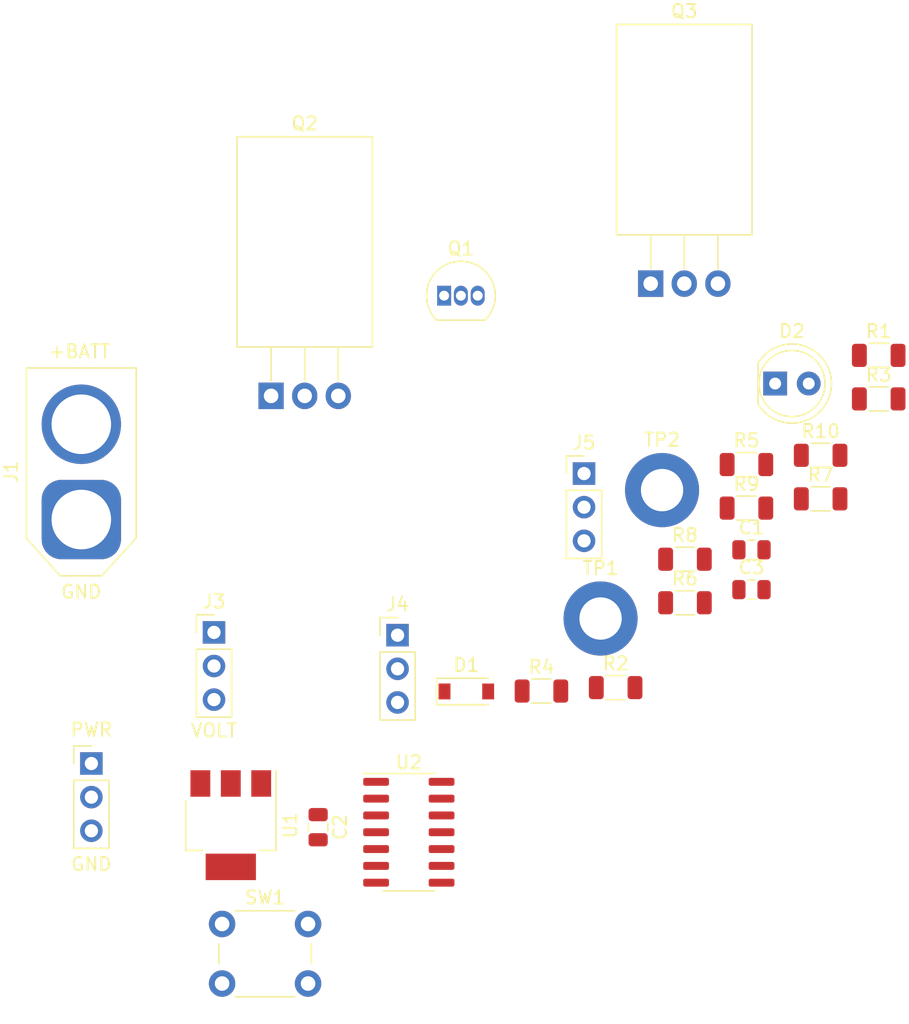
<source format=kicad_pcb>
(kicad_pcb (version 20211014) (generator pcbnew)
  (layers (0 "F.Cu" signal) (31 "B.Cu" signal) (34 "B.Paste" user) (35 "F.Paste" user) (36 "B.SilkS" user "B.Silkscreen") (37 "F.SilkS" user "F.Silkscreen") (38 "B.Mask" user) (39 "F.Mask" user) (44 "Edge.Cuts" user))
  (net 0 "")
  (net 1 "Net-(C1-Pad1)")
  (net 2 "GND")
  (net 3 "+3V3")
  (net 4 "Net-(C3-Pad1)")
  (net 5 "Net-(D2-Pad1)")
  (net 6 "Net-(D2-Pad2)")
  (net 7 "+BATT")
  (net 9 "/UPDI")
  (net 10 "/TX")
  (net 12 "Net-(Q1-Pad2)")
  (net 13 "Net-(Q1-Pad3)")
  (net 14 "Net-(Q2-Pad1)")
  (net 15 "Net-(Q2-Pad2)")
  (net 16 "Net-(Q3-Pad1)")
  (net 17 "Net-(R1-Pad1)")
  (net 18 "/HS")
  (net 19 "/LS")
  (net 20 "Net-(SW1-Pad1)")
  (footprint "Resistor_SMD:R_1206_3216Metric" (layer "F.Cu") (at 166.266 82.649)
    (fp_text reference "R10" (at 0 -1.82) (layer "F.SilkS"))
    (fp_text value "10K")
    (fp_line (start -0.727064 -0.91) (end 0.727064 -0.91) (layer "F.SilkS") (width 0.12))
    (fp_line (start -0.727064 0.91) (end 0.727064 0.91) (layer "F.SilkS") (width 0.12))
    (pad "1" smd roundrect (at -1.4625 0) (size 1.125 1.75) (layers "F.Cu" "F.Paste" "F.Mask") (roundrect_rratio 0.222222) (net 15 "Net-(Q2-Pad2)"))
    (pad "2" smd roundrect (at 1.4625 0) (size 1.125 1.75) (layers "F.Cu" "F.Paste" "F.Mask") (roundrect_rratio 0.222222) (net 6 "Net-(D2-Pad2)"))
  )
  (footprint "Resistor_SMD:R_1206_3216Metric" (layer "F.Cu") (at 156.006 90.499)
    (fp_text reference "R8" (at 0 -1.82) (layer "F.SilkS"))
    (fp_text value "5K")
    (fp_line (start -0.727064 0.91) (end 0.727064 0.91) (layer "F.SilkS") (width 0.12))
    (fp_line (start -0.727064 -0.91) (end 0.727064 -0.91) (layer "F.SilkS") (width 0.12))
    (pad "1" smd roundrect (at -1.4625 0) (size 1.125 1.75) (layers "F.Cu" "F.Paste" "F.Mask") (roundrect_rratio 0.222222) (net 14 "Net-(Q2-Pad1)"))
    (pad "2" smd roundrect (at 1.4625 0) (size 1.125 1.75) (layers "F.Cu" "F.Paste" "F.Mask") (roundrect_rratio 0.222222) (net 13 "Net-(Q1-Pad3)"))
  )
  (footprint "Button_Switch_THT:SW_PUSH_6mm" (layer "F.Cu") (at 121.008 118.055)
    (fp_text reference "SW1" (at 3.25 -2) (layer "F.SilkS"))
    (fp_text value "SW_Push")
    (fp_line (start 5.5 -1) (end 1 -1) (layer "F.SilkS") (width 0.12))
    (fp_line (start -0.25 1.5) (end -0.25 3) (layer "F.SilkS") (width 0.12))
    (fp_line (start 6.75 3) (end 6.75 1.5) (layer "F.SilkS") (width 0.12))
    (fp_line (start 1 5.5) (end 5.5 5.5) (layer "F.SilkS") (width 0.12))
    (pad "1" thru_hole circle (at 0 0 90) (size 2 2) (drill 1.1) (layers *.Cu *.Mask) (net 20 "Net-(SW1-Pad1)"))
    (pad "1" thru_hole circle (at 6.5 0 90) (size 2 2) (drill 1.1) (layers *.Cu *.Mask) (net 20 "Net-(SW1-Pad1)"))
    (pad "2" thru_hole circle (at 6.5 4.5 90) (size 2 2) (drill 1.1) (layers *.Cu *.Mask) (net 2 "GND"))
    (pad "2" thru_hole circle (at 0 4.5 90) (size 2 2) (drill 1.1) (layers *.Cu *.Mask) (net 2 "GND"))
  )
  (footprint "Connector_PinHeader_2.54mm:PinHeader_1x03_P2.54mm_Vertical" (layer "F.Cu") (at 120.396 96.027)
    (fp_text reference "J3" (at 0 -2.33) (layer "F.SilkS"))
    (fp_text value "VOLT" (at 0 7.41) (layer "F.SilkS"))
    (fp_line (start -1.33 6.41) (end 1.33 6.41) (layer "F.SilkS") (width 0.12))
    (fp_line (start -1.33 -1.33) (end 0 -1.33) (layer "F.SilkS") (width 0.12))
    (fp_line (start -1.33 0) (end -1.33 -1.33) (layer "F.SilkS") (width 0.12))
    (fp_line (start -1.33 1.27) (end 1.33 1.27) (layer "F.SilkS") (width 0.12))
    (fp_line (start -1.33 1.27) (end -1.33 6.41) (layer "F.SilkS") (width 0.12))
    (fp_line (start 1.33 1.27) (end 1.33 6.41) (layer "F.SilkS") (width 0.12))
    (pad "1" thru_hole rect (at 0 0) (size 1.7 1.7) (drill 1) (layers *.Cu *.Mask) (net 7 "+BATT"))
    (pad "2" thru_hole oval (at 0 2.54) (size 1.7 1.7) (drill 1) (layers *.Cu *.Mask) (net 3 "+3V3"))
    (pad "3" thru_hole oval (at 0 5.08) (size 1.7 1.7) (drill 1) (layers *.Cu *.Mask) (net 2 "GND"))
  )
  (footprint "Resistor_SMD:R_1206_3216Metric" (layer "F.Cu") (at 170.656 75.099)
    (fp_text reference "R1" (at 0 -1.82) (layer "F.SilkS"))
    (fp_text value "1K")
    (fp_line (start -0.727064 -0.91) (end 0.727064 -0.91) (layer "F.SilkS") (width 0.12))
    (fp_line (start -0.727064 0.91) (end 0.727064 0.91) (layer "F.SilkS") (width 0.12))
    (pad "1" smd roundrect (at -1.4625 0) (size 1.125 1.75) (layers "F.Cu" "F.Paste" "F.Mask") (roundrect_rratio 0.222222) (net 17 "Net-(R1-Pad1)"))
    (pad "2" smd roundrect (at 1.4625 0) (size 1.125 1.75) (layers "F.Cu" "F.Paste" "F.Mask") (roundrect_rratio 0.222222) (net 9 "/UPDI"))
  )
  (footprint "Resistor_SMD:R_1206_3216Metric" (layer "F.Cu") (at 160.656 86.639)
    (fp_text reference "R9" (at 0 -1.82) (layer "F.SilkS"))
    (fp_text value "10K")
    (fp_line (start -0.727064 0.91) (end 0.727064 0.91) (layer "F.SilkS") (width 0.12))
    (fp_line (start -0.727064 -0.91) (end 0.727064 -0.91) (layer "F.SilkS") (width 0.12))
    (pad "1" smd roundrect (at -1.4625 0) (size 1.125 1.75) (layers "F.Cu" "F.Paste" "F.Mask") (roundrect_rratio 0.222222) (net 16 "Net-(Q3-Pad1)"))
    (pad "2" smd roundrect (at 1.4625 0) (size 1.125 1.75) (layers "F.Cu" "F.Paste" "F.Mask") (roundrect_rratio 0.222222) (net 2 "GND"))
  )
  (footprint "Resistor_SMD:R_1206_3216Metric" (layer "F.Cu") (at 145.156 100.459)
    (fp_text reference "R4" (at 0 -1.82) (layer "F.SilkS"))
    (fp_text value "100R")
    (fp_line (start -0.727064 0.91) (end 0.727064 0.91) (layer "F.SilkS") (width 0.12))
    (fp_line (start -0.727064 -0.91) (end 0.727064 -0.91) (layer "F.SilkS") (width 0.12))
    (pad "1" smd roundrect (at -1.4625 0) (size 1.125 1.75) (layers "F.Cu" "F.Paste" "F.Mask") (roundrect_rratio 0.222222) (net 18 "/HS"))
    (pad "2" smd roundrect (at 1.4625 0) (size 1.125 1.75) (layers "F.Cu" "F.Paste" "F.Mask") (roundrect_rratio 0.222222) (net 12 "Net-(Q1-Pad2)"))
  )
  (footprint "Package_TO_SOT_THT:TO-220-3_Horizontal_TabDown" (layer "F.Cu") (at 124.714 78.161)
    (fp_text reference "Q2" (at 2.54 -20.58) (layer "F.SilkS"))
    (fp_text value "IRF4905")
    (fp_line (start 0 -3.69) (end 0 -1.15) (layer "F.SilkS") (width 0.12))
    (fp_line (start -2.58 -19.58) (end 7.66 -19.58) (layer "F.SilkS") (width 0.12))
    (fp_line (start -2.58 -3.69) (end 7.66 -3.69) (layer "F.SilkS") (width 0.12))
    (fp_line (start -2.58 -19.58) (end -2.58 -3.69) (layer "F.SilkS") (width 0.12))
    (fp_line (start 5.08 -3.69) (end 5.08 -1.15) (layer "F.SilkS") (width 0.12))
    (fp_line (start 7.66 -19.58) (end 7.66 -3.69) (layer "F.SilkS") (width 0.12))
    (fp_line (start 2.54 -3.69) (end 2.54 -1.15) (layer "F.SilkS") (width 0.12))
    (pad "" np_thru_hole oval (at 2.54 -16.66) (size 3.5 3.5) (drill 3.5) (layers *.Cu *.Mask))
    (pad "1" thru_hole rect (at 0 0) (size 1.905 2) (drill 1.1) (layers *.Cu *.Mask) (net 14 "Net-(Q2-Pad1)"))
    (pad "2" thru_hole oval (at 2.54 0) (size 1.905 2) (drill 1.1) (layers *.Cu *.Mask) (net 15 "Net-(Q2-Pad2)"))
    (pad "3" thru_hole oval (at 5.08 0) (size 1.905 2) (drill 1.1) (layers *.Cu *.Mask) (net 7 "+BATT"))
  )
  (footprint "Connector_AMASS:AMASS_XT60-M_1x02_P7.20mm_Vertical" (layer "F.Cu") (at 110.363 87.503 90)
    (fp_text reference "J1" (at 3.6 -5.3 90) (layer "F.SilkS"))
    (fp_text value "XT90")
    (fp_line (start -1.4 4.15) (end 11.45 4.15) (layer "F.SilkS") (width 0.12))
    (fp_line (start -4.25 -1.6) (end -4.25 1.55) (layer "F.SilkS") (width 0.12))
    (fp_line (start -4.25 1.55) (end -1.4 4.15) (layer "F.SilkS") (width 0.12))
    (fp_line (start 11.45 4.15) (end 11.45 -4.15) (layer "F.SilkS") (width 0.12))
    (fp_line (start 11.45 -4.15) (end -1.4 -4.15) (layer "F.SilkS") (width 0.12))
    (fp_line (start -1.4 -4.15) (end -4.25 -1.6) (layer "F.SilkS") (width 0.12))
    (pad "1" thru_hole roundrect (at 0 0 90) (size 6 6) (drill 4.5) (layers *.Cu *.Mask) (net 2 "GND"))
    (pad "2" thru_hole circle (at 7.2 0 90) (size 6 6) (drill 4.5) (layers *.Cu *.Mask) (net 7 "+BATT"))
  )
  (footprint "Resistor_SMD:R_1206_3216Metric" (layer "F.Cu") (at 160.656 83.349)
    (fp_text reference "R5" (at 0 -1.82) (layer "F.SilkS"))
    (fp_text value "10K")
    (fp_line (start -0.727064 0.91) (end 0.727064 0.91) (layer "F.SilkS") (width 0.12))
    (fp_line (start -0.727064 -0.91) (end 0.727064 -0.91) (layer "F.SilkS") (width 0.12))
    (pad "1" smd roundrect (at -1.4625 0) (size 1.125 1.75) (layers "F.Cu" "F.Paste" "F.Mask") (roundrect_rratio 0.222222) (net 12 "Net-(Q1-Pad2)"))
    (pad "2" smd roundrect (at 1.4625 0) (size 1.125 1.75) (layers "F.Cu" "F.Paste" "F.Mask") (roundrect_rratio 0.222222) (net 2 "GND"))
  )
  (footprint "Connector_PinHeader_2.54mm:PinHeader_1x03_P2.54mm_Vertical" (layer "F.Cu") (at 148.376 84.029)
    (fp_text reference "J5" (at 0 -2.33) (layer "F.SilkS"))
    (fp_text value "UART")
    (fp_line (start -1.33 1.27) (end 1.33 1.27) (layer "F.SilkS") (width 0.12))
    (fp_line (start -1.33 0) (end -1.33 -1.33) (layer "F.SilkS") (width 0.12))
    (fp_line (start -1.33 6.41) (end 1.33 6.41) (layer "F.SilkS") (width 0.12))
    (fp_line (start -1.33 -1.33) (end 0 -1.33) (layer "F.SilkS") (width 0.12))
    (fp_line (start -1.33 1.27) (end -1.33 6.41) (layer "F.SilkS") (width 0.12))
    (fp_line (start 1.33 1.27) (end 1.33 6.41) (layer "F.SilkS") (width 0.12))
    (pad "1" thru_hole rect (at 0 0) (size 1.7 1.7) (drill 1) (layers *.Cu *.Mask) (net 10 "/TX"))
    (pad "2" thru_hole oval (at 0 2.54) (size 1.7 1.7) (drill 1) (layers *.Cu *.Mask))
    (pad "3" thru_hole oval (at 0 5.08) (size 1.7 1.7) (drill 1) (layers *.Cu *.Mask) (net 2 "GND"))
  )
  (footprint "Resistor_SMD:R_1206_3216Metric" (layer "F.Cu") (at 170.656 78.389)
    (fp_text reference "R3" (at 0 -1.82) (layer "F.SilkS"))
    (fp_text value "10K")
    (fp_line (start -0.727064 -0.91) (end 0.727064 -0.91) (layer "F.SilkS") (width 0.12))
    (fp_line (start -0.727064 0.91) (end 0.727064 0.91) (layer "F.SilkS") (width 0.12))
    (pad "1" smd roundrect (at -1.4625 0) (size 1.125 1.75) (layers "F.Cu" "F.Paste" "F.Mask") (roundrect_rratio 0.222222) (net 4 "Net-(C3-Pad1)"))
    (pad "2" smd roundrect (at 1.4625 0) (size 1.125 1.75) (layers "F.Cu" "F.Paste" "F.Mask") (roundrect_rratio 0.222222) (net 2 "GND"))
  )
  (footprint "Capacitor_SMD:C_0805_2012Metric" (layer "F.Cu") (at 161.036 92.799)
    (fp_text reference "C3" (at 0 -1.68) (layer "F.SilkS"))
    (fp_text value "0.1uF")
    (fp_line (start -0.261252 -0.735) (end 0.261252 -0.735) (layer "F.SilkS") (width 0.12))
    (fp_line (start -0.261252 0.735) (end 0.261252 0.735) (layer "F.SilkS") (width 0.12))
    (pad "1" smd roundrect (at -0.95 0) (size 1 1.45) (layers "F.Cu" "F.Paste" "F.Mask") (net 4 "Net-(C3-Pad1)"))
    (pad "2" smd roundrect (at 0.95 0) (size 1 1.45) (layers "F.Cu" "F.Paste" "F.Mask") (net 2 "GND"))
  )
  (footprint "Package_SO:SOIC-14_3.9x8.7mm_P1.27mm" (layer "F.Cu") (at 135.128 111.125)
    (fp_text reference "U2" (at 0 -5.28) (layer "F.SilkS"))
    (fp_text value "ATtiny1604-SS")
    (fp_line (start 0 -4.435) (end 1.95 -4.435) (layer "F.SilkS") (width 0.12))
    (fp_line (start 0 4.435) (end -1.95 4.435) (layer "F.SilkS") (width 0.12))
    (fp_line (start 0 -4.435) (end -3.45 -4.435) (layer "F.SilkS") (width 0.12))
    (fp_line (start 0 4.435) (end 1.95 4.435) (layer "F.SilkS") (width 0.12))
    (pad "1" smd roundrect (at -2.475 -3.81) (size 1.95 0.6) (layers "F.Cu" "F.Paste" "F.Mask") (net 3 "+3V3"))
    (pad "2" smd roundrect (at -2.475 -2.54) (size 1.95 0.6) (layers "F.Cu" "F.Paste" "F.Mask"))
    (pad "3" smd roundrect (at -2.475 -1.27) (size 1.95 0.6) (layers "F.Cu" "F.Paste" "F.Mask"))
    (pad "4" smd roundrect (at -2.475 0) (size 1.95 0.6) (layers "F.Cu" "F.Paste" "F.Mask"))
    (pad "5" smd roundrect (at -2.475 1.27) (size 1.95 0.6) (layers "F.Cu" "F.Paste" "F.Mask") (net 20 "Net-(SW1-Pad1)"))
    (pad "6" smd roundrect (at -2.475 2.54) (size 1.95 0.6) (layers "F.Cu" "F.Paste" "F.Mask"))
    (pad "7" smd roundrect (at -2.475 3.81) (size 1.95 0.6) (layers "F.Cu" "F.Paste" "F.Mask") (net 10 "/TX"))
    (pad "8" smd roundrect (at 2.475 3.81) (size 1.95 0.6) (layers "F.Cu" "F.Paste" "F.Mask"))
    (pad "9" smd roundrect (at 2.475 2.54) (size 1.95 0.6) (layers "F.Cu" "F.Paste" "F.Mask"))
    (pad "10" smd roundrect (at 2.475 1.27) (size 1.95 0.6) (layers "F.Cu" "F.Paste" "F.Mask") (net 17 "Net-(R1-Pad1)"))
    (pad "11" smd roundrect (at 2.475 0) (size 1.95 0.6) (layers "F.Cu" "F.Paste" "F.Mask") (net 4 "Net-(C3-Pad1)"))
    (pad "12" smd roundrect (at 2.475 -1.27) (size 1.95 0.6) (layers "F.Cu" "F.Paste" "F.Mask") (net 18 "/HS"))
    (pad "13" smd roundrect (at 2.475 -2.54) (size 1.95 0.6) (layers "F.Cu" "F.Paste" "F.Mask") (net 19 "/LS"))
    (pad "14" smd roundrect (at 2.475 -3.81) (size 1.95 0.6) (layers "F.Cu" "F.Paste" "F.Mask") (net 2 "GND"))
  )
  (footprint "Capacitor_SMD:C_0805_2012Metric" (layer "F.Cu") (at 161.036 89.789)
    (fp_text reference "C1" (at 0 -1.68) (layer "F.SilkS"))
    (fp_text value "10uF")
    (fp_line (start -0.261252 0.735) (end 0.261252 0.735) (layer "F.SilkS") (width 0.12))
    (fp_line (start -0.261252 -0.735) (end 0.261252 -0.735) (layer "F.SilkS") (width 0.12))
    (pad "1" smd roundrect (at -0.95 0) (size 1 1.45) (layers "F.Cu" "F.Paste" "F.Mask") (net 1 "Net-(C1-Pad1)"))
    (pad "2" smd roundrect (at 0.95 0) (size 1 1.45) (layers "F.Cu" "F.Paste" "F.Mask") (net 2 "GND"))
  )
  (footprint "Capacitor_SMD:C_0805_2012Metric" (layer "F.Cu") (at 128.27 110.744 90)
    (fp_text reference "C2" (at 0 1.651 90) (layer "F.SilkS"))
    (fp_text value "10uF")
    (fp_line (start -0.261252 0.735) (end 0.261252 0.735) (layer "F.SilkS") (width 0.12))
    (fp_line (start -0.261252 -0.735) (end 0.261252 -0.735) (layer "F.SilkS") (width 0.12))
    (pad "1" smd roundrect (at -0.95 0 90) (size 1 1.45) (layers "F.Cu" "F.Paste" "F.Mask") (net 3 "+3V3"))
    (pad "2" smd roundrect (at 0.95 0 90) (size 1 1.45) (layers "F.Cu" "F.Paste" "F.Mask") (net 2 "GND"))
  )
  (footprint "MountingHole:MountingHole_3.2mm_M3_DIN965_Pad" (layer "F.Cu") (at 149.626 94.979)
    (fp_text reference "TP1" (at 0 -3.8) (layer "F.SilkS"))
    (fp_text value "TestPoint")
    (pad "1" thru_hole circle (at 0 0) (size 5.6 5.6) (drill 3.2) (layers *.Cu *.Mask) (net 15 "Net-(Q2-Pad2)"))
  )
  (footprint "Package_TO_SOT_THT:TO-92_Inline" (layer "F.Cu") (at 137.795 70.591)
    (fp_text reference "Q1" (at 1.27 -3.56) (layer "F.SilkS"))
    (fp_text value "2N7000")
    (fp_line (start -0.53 1.85) (end 3.07 1.85) (layer "F.SilkS") (width 0.12))
    (fp_arc (start -0.568478 1.838478) (mid -1.132087 -0.994977) (end 1.27 -2.6) (layer "F.SilkS") (width 0.12))
    (fp_arc (start 1.27 -2.6) (mid 3.672087 -0.994977) (end 3.108478 1.838478) (layer "F.SilkS") (width 0.12))
    (pad "1" thru_hole rect (at 0 0) (size 1.05 1.5) (drill 0.75) (layers *.Cu *.Mask) (net 2 "GND"))
    (pad "2" thru_hole oval (at 1.27 0) (size 1.05 1.5) (drill 0.75) (layers *.Cu *.Mask) (net 12 "Net-(Q1-Pad2)"))
    (pad "3" thru_hole oval (at 2.54 0) (size 1.05 1.5) (drill 0.75) (layers *.Cu *.Mask) (net 13 "Net-(Q1-Pad3)"))
  )
  (footprint "Resistor_SMD:R_1206_3216Metric" (layer "F.Cu") (at 150.766 100.199)
    (fp_text reference "R2" (at 0 -1.82) (layer "F.SilkS"))
    (fp_text value "100K")
    (fp_line (start -0.727064 -0.91) (end 0.727064 -0.91) (layer "F.SilkS") (width 0.12))
    (fp_line (start -0.727064 0.91) (end 0.727064 0.91) (layer "F.SilkS") (width 0.12))
    (pad "1" smd roundrect (at -1.4625 0) (size 1.125 1.75) (layers "F.Cu" "F.Paste" "F.Mask") (roundrect_rratio 0.222222) (net 7 "+BATT"))
    (pad "2" smd roundrect (at 1.4625 0) (size 1.125 1.75) (layers "F.Cu" "F.Paste" "F.Mask") (roundrect_rratio 0.222222) (net 4 "Net-(C3-Pad1)"))
  )
  (footprint "Package_TO_SOT_THT:TO-220-3_Horizontal_TabDown" (layer "F.Cu") (at 153.416 69.682)
    (fp_text reference "Q3" (at 2.54 -20.58) (layer "F.SilkS"))
    (fp_text value "IRLZ44N")
    (fp_line (start 7.66 -19.58) (end 7.66 -3.69) (layer "F.SilkS") (width 0.12))
    (fp_line (start 0 -3.69) (end 0 -1.15) (layer "F.SilkS") (width 0.12))
    (fp_line (start -2.58 -3.69) (end 7.66 -3.69) (layer "F.SilkS") (width 0.12))
    (fp_line (start -2.58 -19.58) (end 7.66 -19.58) (layer "F.SilkS") (width 0.12))
    (fp_line (start 2.54 -3.69) (end 2.54 -1.15) (layer "F.SilkS") (width 0.12))
    (fp_line (start 5.08 -3.69) (end 5.08 -1.15) (layer "F.SilkS") (width 0.12))
    (fp_line (start -2.58 -19.58) (end -2.58 -3.69) (layer "F.SilkS") (width 0.12))
    (pad "" np_thru_hole oval (at 2.54 -16.66) (size 3.5 3.5) (drill 3.5) (layers *.Cu *.Mask))
    (pad "1" thru_hole rect (at 0 0) (size 1.905 2) (drill 1.1) (layers *.Cu *.Mask) (net 16 "Net-(Q3-Pad1)"))
    (pad "2" thru_hole oval (at 2.54 0) (size 1.905 2) (drill 1.1) (layers *.Cu *.Mask) (net 5 "Net-(D2-Pad1)"))
    (pad "3" thru_hole oval (at 5.08 0) (size 1.905 2) (drill 1.1) (layers *.Cu *.Mask) (net 2 "GND"))
  )
  (footprint "Package_TO_SOT_SMD:SOT-223-3_TabPin2" (layer "F.Cu") (at 121.666 110.592 -90)
    (fp_text reference "U1" (at 0 -4.5 90) (layer "F.SilkS"))
    (fp_text value "LM1117-3.3")
    (fp_line (start -1.85 3.41) (end 1.91 3.41) (layer "F.SilkS") (width 0.12))
    (fp_line (start 1.91 -3.41) (end 1.91 -2.15) (layer "F.SilkS") (width 0.12))
    (fp_line (start -4.1 -3.41) (end 1.91 -3.41) (layer "F.SilkS") (width 0.12))
    (fp_line (start 1.91 3.41) (end 1.91 2.15) (layer "F.SilkS") (width 0.12))
    (pad "1" smd rect (at -3.15 -2.3 270) (size 2 1.5) (layers "F.Cu" "F.Paste" "F.Mask") (net 2 "GND"))
    (pad "2" smd rect (at 3.15 0 270) (size 2 3.8) (layers "F.Cu" "F.Paste" "F.Mask") (net 3 "+3V3"))
    (pad "2" smd rect (at -3.15 0 270) (size 2 1.5) (layers "F.Cu" "F.Paste" "F.Mask") (net 3 "+3V3"))
    (pad "3" smd rect (at -3.15 2.3 270) (size 2 1.5) (layers "F.Cu" "F.Paste" "F.Mask") (net 1 "Net-(C1-Pad1)"))
  )
  (footprint "Connector_PinHeader_2.54mm:PinHeader_1x03_P2.54mm_Vertical" (layer "F.Cu") (at 111.125 105.933)
    (fp_text reference "J2" hide)
    (fp_text value "PWR" (at 0 -2.555) (layer "F.SilkS"))
    (fp_line (start -1.33 6.41) (end 1.33 6.41) (layer "F.SilkS") (width 0.12))
    (fp_line (start -1.33 -1.33) (end 0 -1.33) (layer "F.SilkS") (width 0.12))
    (fp_line (start -1.33 1.27) (end -1.33 6.41) (layer "F.SilkS") (width 0.12))
    (fp_line (start 1.33 1.27) (end 1.33 6.41) (layer "F.SilkS") (width 0.12))
    (fp_line (start -1.33 1.27) (end 1.33 1.27) (layer "F.SilkS") (width 0.12))
    (fp_line (start -1.33 0) (end -1.33 -1.33) (layer "F.SilkS") (width 0.12))
    (pad "1" thru_hole rect (at 0 0) (size 1.7 1.7) (drill 1) (layers *.Cu *.Mask) (net 1 "Net-(C1-Pad1)"))
    (pad "2" thru_hole oval (at 0 2.54) (size 1.7 1.7) (drill 1) (layers *.Cu *.Mask))
    (pad "3" thru_hole oval (at 0 5.08) (size 1.7 1.7) (drill 1) (layers *.Cu *.Mask) (net 2 "GND"))
  )
  (footprint "Resistor_SMD:R_1206_3216Metric" (layer "F.Cu") (at 156.006 93.789)
    (fp_text reference "R6" (at 0 -1.82) (layer "F.SilkS"))
    (fp_text value "100R")
    (fp_line (start -0.727064 0.91) (end 0.727064 0.91) (layer "F.SilkS") (width 0.12))
    (fp_line (start -0.727064 -0.91) (end 0.727064 -0.91) (layer "F.SilkS") (width 0.12))
    (pad "1" smd roundrect (at -1.4625 0) (size 1.125 1.75) (layers "F.Cu" "F.Paste" "F.Mask") (roundrect_rratio 0.222222) (net 19 "/LS"))
    (pad "2" smd roundrect (at 1.4625 0) (size 1.125 1.75) (layers "F.Cu" "F.Paste" "F.Mask") (roundrect_rratio 0.222222) (net 16 "Net-(Q3-Pad1)"))
  )
  (footprint "Resistor_SMD:R_1206_3216Metric" (layer "F.Cu") (at 166.266 85.939)
    (fp_text reference "R7" (at 0 -1.82) (layer "F.SilkS"))
    (fp_text value "10K")
    (fp_line (start -0.727064 0.91) (end 0.727064 0.91) (layer "F.SilkS") (width 0.12))
    (fp_line (start -0.727064 -0.91) (end 0.727064 -0.91) (layer "F.SilkS") (width 0.12))
    (pad "1" smd roundrect (at -1.4625 0) (size 1.125 1.75) (layers "F.Cu" "F.Paste" "F.Mask") (roundrect_rratio 0.222222) (net 7 "+BATT"))
    (pad "2" smd roundrect (at 1.4625 0) (size 1.125 1.75) (layers "F.Cu" "F.Paste" "F.Mask") (roundrect_rratio 0.222222) (net 14 "Net-(Q2-Pad1)"))
  )
  (footprint "Diode_SMD:D_SOD-123" (layer "F.Cu") (at 139.476 100.489)
    (fp_text reference "D1" (at 0 -2) (layer "F.SilkS"))
    (fp_text value "BAT54")
    (fp_line (start -2.25 1) (end 1.65 1) (layer "F.SilkS") (width 0.12))
    (fp_line (start -2.25 -1) (end 1.65 -1) (layer "F.SilkS") (width 0.12))
    (fp_line (start -2.25 -1) (end -2.25 1) (layer "F.SilkS") (width 0.12))
    (pad "1" smd rect (at -1.65 0) (size 0.9 1.2) (layers "F.Cu" "F.Paste" "F.Mask") (net 1 "Net-(C1-Pad1)"))
    (pad "2" smd rect (at 1.65 0) (size 0.9 1.2) (layers "F.Cu" "F.Paste" "F.Mask") (net 3 "+3V3"))
  )
  (footprint "LED_THT:LED_D5.0mm" (layer "F.Cu") (at 162.826 77.229)
    (fp_text reference "D2" (at 1.27 -3.96) (layer "F.SilkS"))
    (fp_text value "LED")
    (fp_line (start -1.29 -1.545) (end -1.29 1.545) (layer "F.SilkS") (width 0.12))
    (fp_arc (start 4.26 -0.000462) (mid 2.072002 2.880433) (end -1.29 1.54483) (layer "F.SilkS") (width 0.12))
    (fp_arc (start -1.29 -1.54483) (mid 2.072002 -2.880433) (end 4.26 0.000462) (layer "F.SilkS") (width 0.12))
    (fp_circle (center 1.27 0) (end 3.77 0) (layer "F.SilkS") (width 0.12) (fill none))
    (pad "1" thru_hole rect (at 0 0) (size 1.8 1.8) (drill 0.9) (layers *.Cu *.Mask) (net 5 "Net-(D2-Pad1)"))
    (pad "2" thru_hole circle (at 2.54 0) (size 1.8 1.8) (drill 0.9) (layers *.Cu *.Mask) (net 6 "Net-(D2-Pad2)"))
  )
  (footprint "Connector_PinHeader_2.54mm:PinHeader_1x03_P2.54mm_Vertical" (layer "F.Cu") (at 134.276 96.239)
    (fp_text reference "J4" (at 0 -2.33) (layer "F.SilkS"))
    (fp_text value "UPDI")
    (fp_line (start 1.33 1.27) (end 1.33 6.41) (layer "F.SilkS") (width 0.12))
    (fp_line (start -1.33 -1.33) (end 0 -1.33) (layer "F.SilkS") (width 0.12))
    (fp_line (start -1.33 0) (end -1.33 -1.33) (layer "F.SilkS") (width 0.12))
    (fp_line (start -1.33 6.41) (end 1.33 6.41) (layer "F.SilkS") (width 0.12))
    (fp_line (start -1.33 1.27) (end 1.33 1.27) (layer "F.SilkS") (width 0.12))
    (fp_line (start -1.33 1.27) (end -1.33 6.41) (layer "F.SilkS") (width 0.12))
    (pad "1" thru_hole rect (at 0 0) (size 1.7 1.7) (drill 1) (layers *.Cu *.Mask) (net 9 "/UPDI"))
    (pad "2" thru_hole oval (at 0 2.54) (size 1.7 1.7) (drill 1) (layers *.Cu *.Mask) (net 3 "+3V3"))
    (pad "3" thru_hole oval (at 0 5.08) (size 1.7 1.7) (drill 1) (layers *.Cu *.Mask) (net 2 "GND"))
  )
  (footprint "MountingHole:MountingHole_3.2mm_M3_DIN965_Pad" (layer "F.Cu") (at 154.276 85.279)
    (fp_text reference "TP2" (at 0 -3.8) (layer "F.SilkS"))
    (fp_text value "TestPoint")
    (pad "1" thru_hole circle (at 0 0) (size 5.6 5.6) (drill 3.2) (layers *.Cu *.Mask) (net 5 "Net-(D2-Pad1)"))
  )
  (gr_text "+BATT" (at 110.236 74.803) (layer "F.SilkS") (effects (font (size 1 1))))
  (gr_text "GND" (at 110.363 92.964) (layer "F.SilkS") (effects (font (size 1 1))))
  (gr_text "GND" (at 111.125 113.538) (layer "F.SilkS") (effects (font (size 1 1))))
)
</source>
